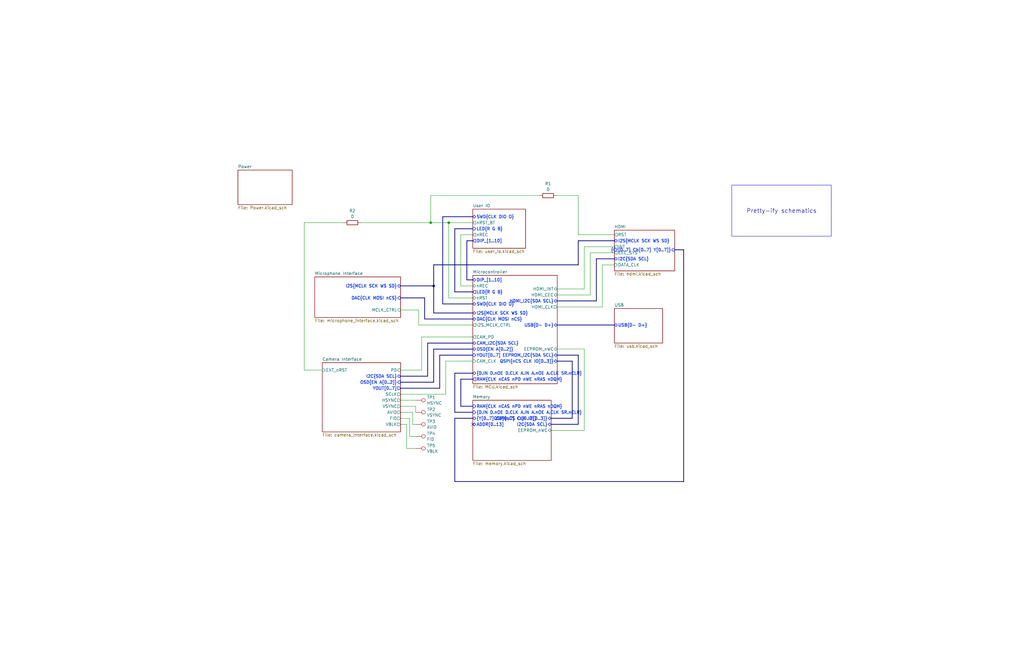
<source format=kicad_sch>
(kicad_sch (version 20231120) (generator "eeschema") (generator_version "8.0")
  (paper "B")
  (title_block (title "Camera Testing Board") (date "2024-10-19") (rev "1") (comment 1 "E. Eidt"))
  (lib_symbols
    (symbol "Connector:TestPoint" (pin_numbers hide) (pin_names (offset 0.762) hide)
      (property "Reference" "TP" (at 0 6.858 0))
      (property "Value" "TestPoint" (at 0 5.08 0))
      (symbol "TestPoint_0_1"
        (circle (center 0 3.302) (radius 0.762))
      )
      (symbol "TestPoint_1_1"
        (pin passive line (at 0 0 90) (length 2.54) (name "1") (number "1"))
      )
    )
    (symbol "PCM_SL_Resistors:0ohm"
      (property "Reference" "R" (at 0 5.08 0))
      (property "Value" "0ohm" (at 0 2.54 0))
      (symbol "0ohm_0_1"
        (rectangle (start -2.286 0.889) (end 2.286 -0.889) (stroke (width 0.24)))
      )
      (symbol "0ohm_1_1"
        (pin passive line (at -3.81 0 0) (length 1.5) (name "") (number "1"))
        (pin passive line (at 3.81 0 180) (length 1.5) (name "~") (number "2"))
      )
    )
  )
  (junction (at 182.88 120.65))
  (junction (at 189.23 93.98))
  (junction (at 181.61 93.98))
  (no_connect (at 199.39 179.07))
  (bus (pts (xy 191.77 173.99) (xy 191.77 157.48)))
  (bus (pts (xy 251.46 127) (xy 251.46 109.22)))
  (bus (pts (xy 186.69 128.27) (xy 186.69 91.44)))
  (wire (pts (xy 175.26 171.45) (xy 175.26 173.99)))
  (wire (pts (xy 248.92 124.46) (xy 248.92 106.68)))
  (wire (pts (xy 168.91 179.07) (xy 171.45 179.07)))
  (wire (pts (xy 175.26 179.07) (xy 173.99 179.07)))
  (wire (pts (xy 168.91 168.91) (xy 175.26 168.91)))
  (wire (pts (xy 194.31 120.65) (xy 199.39 120.65)))
  (bus (pts (xy 191.77 96.52) (xy 191.77 123.19)))
  (wire (pts (xy 152.4 93.98) (xy 181.61 93.98)))
  (wire (pts (xy 246.38 181.61) (xy 232.41 181.61)))
  (bus (pts (xy 234.95 137.16) (xy 259.08 137.16)))
  (wire (pts (xy 181.61 82.55) (xy 227.33 82.55)))
  (bus (pts (xy 232.41 179.07) (xy 243.84 179.07)))
  (bus (pts (xy 180.34 158.75) (xy 180.34 144.78)))
  (wire (pts (xy 128.27 93.98) (xy 128.27 156.21)))
  (bus (pts (xy 243.84 111.76) (xy 182.88 111.76)))
  (bus (pts (xy 191.77 176.53) (xy 199.39 176.53)))
  (bus (pts (xy 182.88 132.08) (xy 199.39 132.08)))
  (wire (pts (xy 234.95 124.46) (xy 248.92 124.46)))
  (bus (pts (xy 168.91 161.29) (xy 182.88 161.29)))
  (wire (pts (xy 176.53 137.16) (xy 176.53 130.81)))
  (bus (pts (xy 243.84 101.6) (xy 243.84 111.76)))
  (bus (pts (xy 199.39 118.11) (xy 196.85 118.11)))
  (bus (pts (xy 259.08 101.6) (xy 243.84 101.6)))
  (bus (pts (xy 168.91 125.73) (xy 179.07 125.73)))
  (bus (pts (xy 199.39 96.52) (xy 191.77 96.52)))
  (wire (pts (xy 181.61 82.55) (xy 181.61 93.98)))
  (wire (pts (xy 171.45 189.23) (xy 175.26 189.23)))
  (wire (pts (xy 234.95 129.54) (xy 254 129.54)))
  (bus (pts (xy 234.95 152.4) (xy 241.3 152.4)))
  (bus (pts (xy 196.85 118.11) (xy 196.85 101.6)))
  (bus (pts (xy 168.91 158.75) (xy 180.34 158.75)))
  (wire (pts (xy 254 129.54) (xy 254 111.76)))
  (wire (pts (xy 248.92 106.68) (xy 259.08 106.68)))
  (bus (pts (xy 199.39 173.99) (xy 191.77 173.99)))
  (bus (pts (xy 180.34 144.78) (xy 199.39 144.78)))
  (bus (pts (xy 179.07 134.62) (xy 199.39 134.62)))
  (wire (pts (xy 168.91 130.81) (xy 176.53 130.81)))
  (wire (pts (xy 243.84 99.06) (xy 243.84 82.55)))
  (wire (pts (xy 144.78 93.98) (xy 128.27 93.98)))
  (wire (pts (xy 189.23 125.73) (xy 199.39 125.73)))
  (wire (pts (xy 172.72 184.15) (xy 175.26 184.15)))
  (wire (pts (xy 168.91 173.99) (xy 173.99 173.99)))
  (bus (pts (xy 182.88 111.76) (xy 182.88 120.65)))
  (bus (pts (xy 241.3 152.4) (xy 241.3 176.53)))
  (wire (pts (xy 173.99 179.07) (xy 173.99 173.99)))
  (bus (pts (xy 194.31 171.45) (xy 199.39 171.45)))
  (bus (pts (xy 243.84 149.86) (xy 234.95 149.86)))
  (bus (pts (xy 191.77 123.19) (xy 199.39 123.19)))
  (bus (pts (xy 196.85 101.6) (xy 199.39 101.6)))
  (bus (pts (xy 199.39 160.02) (xy 194.31 160.02)))
  (wire (pts (xy 181.61 93.98) (xy 189.23 93.98)))
  (wire (pts (xy 177.8 156.21) (xy 177.8 142.24)))
  (wire (pts (xy 189.23 93.98) (xy 189.23 125.73)))
  (wire (pts (xy 199.39 99.06) (xy 194.31 99.06)))
  (wire (pts (xy 187.96 152.4) (xy 199.39 152.4)))
  (bus (pts (xy 185.42 163.83) (xy 168.91 163.83)))
  (bus (pts (xy 182.88 147.32) (xy 199.39 147.32)))
  (wire (pts (xy 234.95 121.92) (xy 246.38 121.92)))
  (wire (pts (xy 171.45 179.07) (xy 171.45 189.23)))
  (wire (pts (xy 172.72 176.53) (xy 172.72 184.15)))
  (bus (pts (xy 185.42 149.86) (xy 185.42 163.83)))
  (bus (pts (xy 182.88 161.29) (xy 182.88 147.32)))
  (wire (pts (xy 194.31 99.06) (xy 194.31 120.65)))
  (wire (pts (xy 259.08 104.14) (xy 246.38 104.14)))
  (wire (pts (xy 168.91 171.45) (xy 175.26 171.45)))
  (bus (pts (xy 182.88 120.65) (xy 168.91 120.65)))
  (bus (pts (xy 191.77 157.48) (xy 199.39 157.48)))
  (bus (pts (xy 284.48 105.41) (xy 288.29 105.41)))
  (bus (pts (xy 191.77 203.2) (xy 191.77 176.53)))
  (wire (pts (xy 177.8 142.24) (xy 199.39 142.24)))
  (wire (pts (xy 187.96 166.37) (xy 187.96 152.4)))
  (bus (pts (xy 251.46 109.22) (xy 259.08 109.22)))
  (wire (pts (xy 259.08 99.06) (xy 243.84 99.06)))
  (wire (pts (xy 234.95 82.55) (xy 243.84 82.55)))
  (bus (pts (xy 241.3 176.53) (xy 232.41 176.53)))
  (wire (pts (xy 199.39 137.16) (xy 176.53 137.16)))
  (bus (pts (xy 186.69 91.44) (xy 199.39 91.44)))
  (bus (pts (xy 194.31 160.02) (xy 194.31 171.45)))
  (wire (pts (xy 189.23 93.98) (xy 199.39 93.98)))
  (bus (pts (xy 288.29 203.2) (xy 191.77 203.2)))
  (bus (pts (xy 199.39 149.86) (xy 185.42 149.86)))
  (wire (pts (xy 254 111.76) (xy 259.08 111.76)))
  (wire (pts (xy 128.27 156.21) (xy 135.89 156.21)))
  (bus (pts (xy 234.95 127) (xy 251.46 127)))
  (wire (pts (xy 246.38 147.32) (xy 246.38 181.61)))
  (wire (pts (xy 168.91 176.53) (xy 172.72 176.53)))
  (bus (pts (xy 199.39 128.27) (xy 186.69 128.27)))
  (wire (pts (xy 177.8 156.21) (xy 168.91 156.21)))
  (wire (pts (xy 234.95 147.32) (xy 246.38 147.32)))
  (wire (pts (xy 168.91 166.37) (xy 187.96 166.37)))
  (bus (pts (xy 179.07 125.73) (xy 179.07 134.62)))
  (bus (pts (xy 182.88 120.65) (xy 182.88 132.08)))
  (wire (pts (xy 246.38 104.14) (xy 246.38 121.92)))
  (bus (pts (xy 243.84 179.07) (xy 243.84 149.86)))
  (bus (pts (xy 288.29 105.41) (xy 288.29 203.2)))
  (text_box "Pretty-ify schematics" (at 308.61 78.105 0) (size 41.91 21.59) (effects (font (size 1.778 1.778))))
  (symbol (lib_id "PCM_SL_Resistors:0ohm") (at 148.59 93.98 0) (unit 1)
    (property "Reference" "R2" (at 148.59 88.9535 0))
    (property "Value" "0" (at 148.59 91.3778 0))
    (property "Footprint" "Resistor_SMD:R_0603_1608Metric" (effects (hide yes)))
    (property "Description" "0Ω, 1/4W Resistor" (effects (hide yes)))
  )
  (symbol (lib_id "Connector:TestPoint") (at 175.26 168.91 270) (unit 1)
    (property "Reference" "TP1" (at 179.959 167.6978 90) (effects (justify left)))
    (property "Value" "HSYNC" (at 179.959 170.1221 90) (effects (justify left)))
    (property "Footprint" "TestPoint:TestPoint_Keystone_5000-5004_Miniature" (effects (hide yes)))
    (property "Description" "test point" (effects (hide yes)))
  )
  (symbol (lib_id "Connector:TestPoint") (at 175.26 189.23 270) (unit 1)
    (property "Reference" "TP5" (at 179.959 188.0178 90) (effects (justify left)))
    (property "Value" "VBLK" (at 179.959 190.4421 90) (effects (justify left)))
    (property "Footprint" "TestPoint:TestPoint_Keystone_5000-5004_Miniature" (effects (hide yes)))
    (property "Description" "test point" (effects (hide yes)))
  )
  (symbol (lib_id "Connector:TestPoint") (at 175.26 173.99 270) (unit 1)
    (property "Reference" "TP2" (at 179.959 172.7778 90) (effects (justify left)))
    (property "Value" "VSYNC" (at 179.959 175.2021 90) (effects (justify left)))
    (property "Footprint" "TestPoint:TestPoint_Keystone_5000-5004_Miniature" (effects (hide yes)))
    (property "Description" "test point" (effects (hide yes)))
  )
  (symbol (lib_id "PCM_SL_Resistors:0ohm") (at 231.14 82.55 0) (unit 1)
    (property "Reference" "R1" (at 231.14 77.5235 0))
    (property "Value" "0" (at 231.14 79.9478 0))
    (property "Footprint" "Resistor_SMD:R_0603_1608Metric" (effects (hide yes)))
    (property "Description" "0Ω, 1/4W Resistor" (effects (hide yes)))
  )
  (symbol (lib_id "Connector:TestPoint") (at 175.26 179.07 270) (unit 1)
    (property "Reference" "TP3" (at 179.959 177.8578 90) (effects (justify left)))
    (property "Value" "AVID" (at 179.959 180.2821 90) (effects (justify left)))
    (property "Footprint" "TestPoint:TestPoint_Keystone_5000-5004_Miniature" (effects (hide yes)))
    (property "Description" "test point" (effects (hide yes)))
  )
  (symbol (lib_id "Connector:TestPoint") (at 175.26 184.15 270) (unit 1)
    (property "Reference" "TP4" (at 179.959 182.9378 90) (effects (justify left)))
    (property "Value" "FID" (at 179.959 185.3621 90) (effects (justify left)))
    (property "Footprint" "TestPoint:TestPoint_Keystone_5000-5004_Miniature" (effects (hide yes)))
    (property "Description" "test point" (effects (hide yes)))
  )
  (sheet (at 199.39 116.205) (size 35.56 45.72) (stroke (width 0.1524))
    (property "Sheetname" "Microcontroller" (at 199.39 115.4934 0) (effects (justify left bottom)))
    (property "Sheetfile" "MCU.kicad_sch" (at 199.39 162.5096 0) (effects (justify left top)))
    (pin "EEPROM_I2C{SDA SCL}" bidirectional (at 234.95 149.86 0) (effects (font (thickness 0.254) (bold yes))))
    (pin "EEPROM_nWC" bidirectional (at 234.95 147.32 0))
    (pin "{D.IN D.nOE D.CLK A.IN A.nOE A.CLK SR.nCLR}" bidirectional (at 199.39 157.48 180) (effects (font (thickness 0.254) (bold yes))))
    (pin "HDMI_I2C{SDA SCL}" bidirectional (at 234.95 127 0) (effects (font (thickness 0.254) (bold yes))))
    (pin "CAM_I2C{SDA SCL}" bidirectional (at 199.39 144.78 180) (effects (font (thickness 0.254) (bold yes))))
    (pin "DAC{CLK MOSI nCS}" bidirectional (at 199.39 134.62 180) (effects (font (thickness 0.254) (bold yes))))
    (pin "nREC" bidirectional (at 199.39 120.65 180))
    (pin "OSD{EN A[0..2]}" bidirectional (at 199.39 147.32 180) (effects (font (thickness 0.254) (bold yes))))
    (pin "HDMI_CEC" bidirectional (at 234.95 124.46 0))
    (pin "nRST" bidirectional (at 199.39 125.73 180))
    (pin "DIP_[1..10]" bidirectional (at 199.39 118.11 180) (effects (font (thickness 0.254) (bold yes))))
    (pin "YOUT[0..7]" input (at 199.39 149.86 180) (effects (font (thickness 0.254) (bold yes))))
    (pin "I2S{MCLK SCK WS SD}" bidirectional (at 199.39 132.08 180) (effects (font (thickness 0.254) (bold yes))))
    (pin "QSPI{nCS CLK IO[0..3]}" bidirectional (at 234.95 152.4 0) (effects (font (thickness 0.254) (bold yes))))
    (pin "USB{D- D+}" bidirectional (at 234.95 137.16 0) (effects (font (thickness 0.254) (bold yes))))
    (pin "HDMI_INT" bidirectional (at 234.95 121.92 0))
    (pin "CAM_CLK" input (at 199.39 152.4 180))
    (pin "CAM_PD" output (at 199.39 142.24 180))
    (pin "LED{R G B}" output (at 199.39 123.19 180) (effects (font (thickness 0.254) (bold yes))))
    (pin "RAM{CLK nCAS nPD nWE nRAS nDQM}" output (at 199.39 160.02 180) (effects (font (thickness 0.254) (bold yes))))
    (pin "HDMI_CLK" output (at 234.95 129.54 0))
    (pin "SWD{CLK DIO O}" bidirectional (at 199.39 128.27 180) (effects (font (thickness 0.254) (bold yes))))
    (pin "I2S_MCLK_CTRL" output (at 199.39 137.16 180))
  )
  (sheet (at 199.39 88.265) (size 22.225 16.51) (stroke (width 0.1524))
    (property "Sheetname" "User IO" (at 199.39 87.5534 0) (effects (justify left bottom)))
    (property "Sheetfile" "user_io.kicad_sch" (at 199.39 105.3596 0) (effects (justify left top)))
    (pin "nRST_BT" output (at 199.39 93.98 180))
    (pin "LED{R G B}" input (at 199.39 96.52 180) (effects (font (thickness 0.254) (bold yes))))
    (pin "nREC" output (at 199.39 99.06 180))
    (pin "DIP_[1..10]" output (at 199.39 101.6 180) (effects (font (thickness 0.254) (bold yes))))
    (pin "SWD{CLK DIO O}" bidirectional (at 199.39 91.44 180) (effects (font (thickness 0.254) (bold yes))))
  )
  (sheet (at 259.08 130.175) (size 20.32 14.605) (stroke (width 0.1524))
    (property "Sheetname" "USB" (at 259.08 129.4634 0) (effects (justify left bottom)))
    (property "Sheetfile" "usb.kicad_sch" (at 259.08 145.3646 0) (effects (justify left top)))
    (pin "USB{D- D+}" bidirectional (at 259.08 137.16 180) (effects (font (thickness 0.254) (bold yes))))
  )
  (sheet (at 100.33 71.755) (size 22.86 14.605) (stroke (width 0.1524))
    (property "Sheetname" "Power" (at 100.33 71.0434 0) (effects (justify left bottom)))
    (property "Sheetfile" "Power.kicad_sch" (at 100.33 86.9446 0) (effects (justify left top)))
  )
  (sheet (at 199.39 168.91) (size 33.02 25.4) (stroke (width 0.1524))
    (property "Sheetname" "Memory" (at 199.39 168.1984 0) (effects (justify left bottom)))
    (property "Sheetfile" "memory.kicad_sch" (at 199.39 194.8946 0) (effects (justify left top)))
    (pin "QSPI{nCS CLK IO[0..3]}" bidirectional (at 232.41 176.53 0) (effects (font (thickness 0.254) (bold yes))))
    (pin "I2C{SDA SCL}" bidirectional (at 232.41 179.07 0) (effects (font (thickness 0.254) (bold yes))))
    (pin "EEPROM_nWC" bidirectional (at 232.41 181.61 0))
    (pin "{Y[0..7] Cb[0..7] Cr[0..7]}" bidirectional (at 199.39 176.53 180) (effects (font (thickness 0.254) (bold yes))))
    (pin "ADDR[0..13]" bidirectional (at 199.39 179.07 180) (effects (font (thickness 0.254) (bold yes))))
    (pin "{D.IN D.nOE D.CLK A.IN A.nOE A.CLK SR.nCLR}" input (at 199.39 173.99 180) (effects (font (thickness 0.254) (bold yes))))
    (pin "RAM{CLK nCAS nPD nWE nRAS nDQM}" input (at 199.39 171.45 180) (effects (font (thickness 0.254) (bold yes))))
  )
  (sheet (at 135.89 153.035) (size 33.02 29.21) (stroke (width 0.1524))
    (property "Sheetname" "Camera Interface" (at 135.89 152.3234 0) (effects (justify left bottom)))
    (property "Sheetfile" "camera_interface.kicad_sch" (at 135.89 182.8296 0) (effects (justify left top)))
    (pin "YOUT[0..7]" output (at 168.91 163.83 0) (effects (font (thickness 0.254) (bold yes))))
    (pin "SCLK" output (at 168.91 166.37 0))
    (pin "VSYNC" output (at 168.91 171.45 0))
    (pin "FID" output (at 168.91 176.53 0))
    (pin "HSYNC" output (at 168.91 168.91 0))
    (pin "AVID" output (at 168.91 173.99 0))
    (pin "VBLK" output (at 168.91 179.07 0))
    (pin "OSD{EN A[0..2]}" input (at 168.91 161.29 0) (effects (font (thickness 0.254) (bold yes))))
    (pin "I2C{SDA SCL}" bidirectional (at 168.91 158.75 0) (effects (font (thickness 0.254) (bold yes))))
    (pin "EXT_nRST" input (at 135.89 156.21 180))
    (pin "PD" input (at 168.91 156.21 0))
  )
  (sheet (at 259.08 97.155) (size 25.4 17.145) (stroke (width 0.1524))
    (property "Sheetname" "HDMI" (at 259.08 96.4434 0) (effects (justify left bottom)))
    (property "Sheetfile" "hdmi.kicad_sch" (at 259.08 114.8846 0) (effects (justify left top)))
    (pin "I2C{SDA SCL}" bidirectional (at 259.08 109.22 180) (effects (font (thickness 0.254) (bold yes))))
    (pin "CEC_SYS" output (at 259.08 106.68 180))
    (pin "RST" output (at 259.08 99.06 180))
    (pin "I2S{MCLK SCK WS SD}" bidirectional (at 259.08 101.6 180) (effects (font (thickness 0.254) (bold yes))))
    (pin "INT" output (at 259.08 104.14 180))
    (pin "{Cr[0..7] Cb[0..7] Y[0..7]}" input (at 284.48 105.41 0) (effects (font (thickness 0.254) (bold yes))))
    (pin "DATA_CLK" input (at 259.08 111.76 180))
  )
  (sheet (at 132.715 116.84) (size 36.195 17.145) (stroke (width 0.1524))
    (property "Sheetname" "Microphone Interface" (at 132.715 116.1284 0) (effects (justify left bottom)))
    (property "Sheetfile" "microphone_interface.kicad_sch" (at 132.715 134.5696 0) (effects (justify left top)))
    (pin "I2S{MCLK SCK WS SD}" bidirectional (at 168.91 120.65 0) (effects (font (thickness 0.254) (bold yes))))
    (pin "DAC{CLK MOSI nCS}" input (at 168.91 125.73 0) (effects (font (thickness 0.254) (bold yes))))
    (pin "MCLK_CTRL" input (at 168.91 130.81 0))
  )
)
</source>
